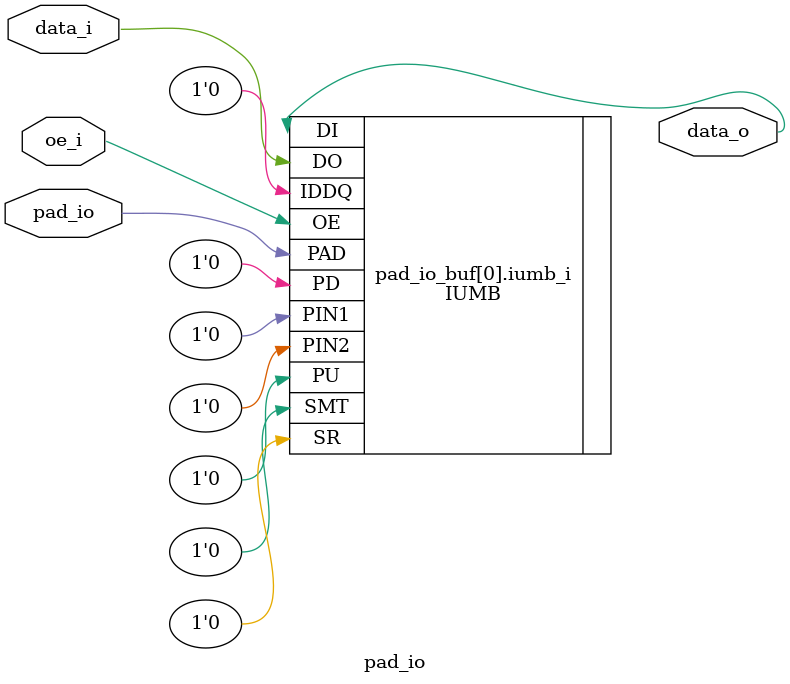
<source format=sv>

`timescale 1ps/1ps

module pad_io #(
  parameter WIDTH = 1
  )(
    input  logic [WIDTH-1:0] data_i,
    input  logic             oe_i, //high output, low input
    output logic [WIDTH-1:0] data_o,
    inout  wire  [WIDTH-1:0] pad_io
);

`define pads_iumb

`ifdef pads_iumb
    genvar i;
    generate
      for(i=0; i<WIDTH; i++)
      begin: pad_io_buf
        IUMB iumb_i (
            .DO(data_i[i]),
            .DI(data_o[i]),
            .PAD(pad_io[i]),
            .OE(oe_i),
            .IDDQ(1'b0),
            .PIN2(1'b0),
            .PIN1(1'b0),
            .SMT(1'b0),
            .PD(1'b0),
            .PU(1'b0),
            .SR(1'b0)
        );
      end
    endgenerate
`else 
    logic [WIDTH-1:0] out;

    assign #2000 data_o = pad_io;

    //split delay, delay above 3ns doesn't work
    assign #3000 out = (oe_i) ? data_i : 8'bz;

    assign #2000 pad_io = out;
`endif

endmodule

</source>
